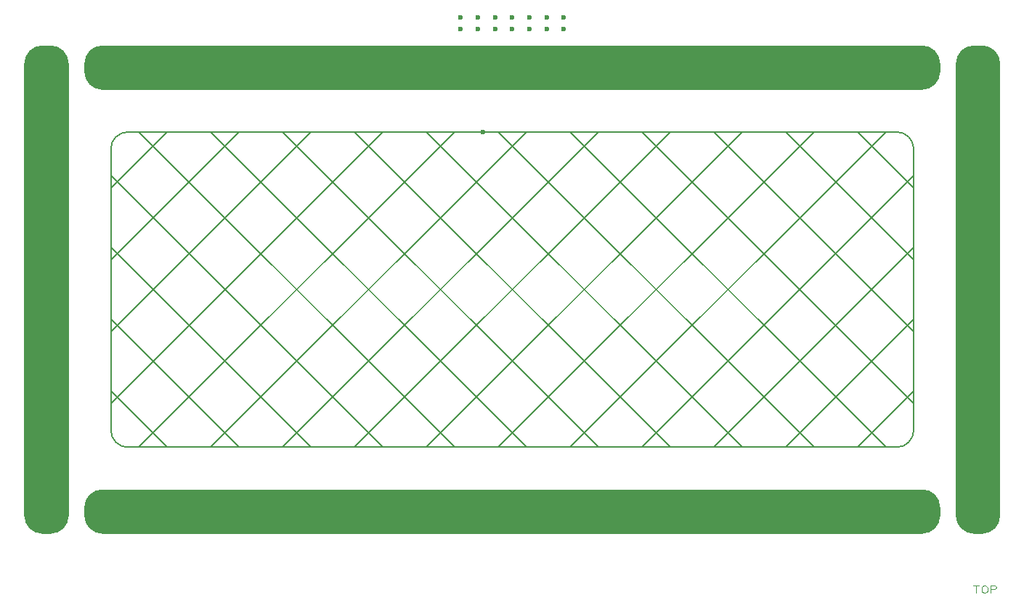
<source format=gbr>
G04 GENERATED BY PULSONIX 7.0 GERBER.DLL 4573*
%INHILLSTAR_100X50_EL_V1_0*%
%LNGERBER_TOP*%
%FSLAX33Y33*%
%IPPOS*%
%LPD*%
%OFA0B0*%
%MOMM*%
%ADD15C,0.125*%
%ADD180C,0.600*%
%ADD345C,0.150*%
X0Y0D02*
D02*
D15*
X183926Y91545D02*
X183926Y92427D01*
X183559D02*
X184294Y92427D01*
X184571Y91839D02*
X184571Y92133D01*
X184645Y92280*
X184718Y92354*
X184865Y92427*
X185012*
X185159Y92354*
X185233Y92280*
X185307Y92133*
Y91839*
X185233Y91692*
X185159Y91619*
X185012Y91545*
X184865*
X184718Y91619*
X184645Y91692*
X184571Y91839*
X185584Y91545D02*
X185584Y92427D01*
X186098*
X186245Y92354*
X186319Y92207*
X186245Y92060*
X186098Y91986*
X185584*
D02*
D180*
X77609Y140540D03*
X123859Y157350D03*
Y158750D03*
X125859Y157350D03*
Y158750D03*
X126459Y145350D03*
X127859Y155040D03*
Y157350D03*
Y158750D03*
X129859Y157350D03*
Y158750D03*
X130859Y103160D03*
X131859Y157350D03*
Y158750D03*
X133859Y157350D03*
Y158750D03*
X135859Y157350D03*
Y158750D03*
X182109Y140540D03*
D02*
D345*
X76059Y155350D02*
X75059D01*
G75*
G03X73059Y153350J-2000*
G01*
Y100550*
G75*
G03X75059Y98550I2000*
G01*
X76059*
G75*
G03X78059Y100550J2000*
G01*
Y153350*
G75*
G03X76059Y155350I-2000*
G01*
G36*
X75059*
G75*
G03X73059Y153350J-2000*
G01*
Y100550*
G75*
G03X75059Y98550I2000*
G01*
X76059*
G75*
G03X78059Y100550J2000*
G01*
Y153350*
G75*
G03X76059Y155350I-2000*
G01*
G37*
X80059Y101550D02*
Y100550D01*
G75*
G03X82059Y98550I2000*
G01*
X177659*
G75*
G03X179659Y100550J2000*
G01*
Y101550*
G75*
G03X177659Y103550I-2000*
G01*
X82059*
G75*
G03X80059Y101550J-2000*
G01*
G36*
Y100550*
G75*
G03X82059Y98550I2000*
G01*
X177659*
G75*
G03X179659Y100550J2000*
G01*
Y101550*
G75*
G03X177659Y103550I-2000*
G01*
X82059*
G75*
G03X80059Y101550J-2000*
G01*
G37*
Y153350D02*
Y152350D01*
G75*
G03X82059Y150350I2000*
G01*
X177659*
G75*
G03X179659Y152350J2000*
G01*
Y153350*
G75*
G03X177659Y155350I-2000*
G01*
X82059*
G75*
G03X80059Y153350J-2000*
G01*
G36*
Y152350*
G75*
G03X82059Y150350I2000*
G01*
X177659*
G75*
G03X179659Y152350J2000*
G01*
Y153350*
G75*
G03X177659Y155350I-2000*
G01*
X82059*
G75*
G03X80059Y153350J-2000*
G01*
G37*
X85059Y145350D02*
G75*
G03X83059Y143350J-2000D01*
G01*
Y110550*
G75*
G03X85059Y108550I2000*
G01*
X174659*
G75*
G03X176659Y110550J2000*
G01*
Y143350*
G75*
G03X174659Y145350I-2000*
G01*
X85059*
X170104Y108550D02*
X176659Y115105D01*
X161726Y108550D02*
X176659Y123482D01*
X153348Y108550D02*
X176659Y131860D01*
X144970Y108550D02*
X176659Y140238D01*
X136592Y108550D02*
X173392Y145350D01*
X128214Y108550D02*
X165014Y145350D01*
X119837Y108550D02*
X156637Y145350D01*
X111459Y108550D02*
X148259Y145350D01*
X103081Y108550D02*
X139881Y145350D01*
X94703Y108550D02*
X131503Y145350D01*
X86325Y108550D02*
X123125Y145350D01*
X83059Y113661D02*
X114747Y145350D01*
X83059Y122039D02*
X106369Y145350D01*
X83059Y130417D02*
X97992Y145350D01*
X83059Y138794D02*
X89614Y145350D01*
Y108550D02*
X83059Y115105D01*
X97992Y108550D02*
X83059Y123482D01*
X106369Y108550D02*
X83059Y131860D01*
X114747Y108550D02*
X83059Y140238D01*
X123125Y108550D02*
X86325Y145350D01*
X131503Y108550D02*
X94703Y145350D01*
X139881Y108550D02*
X103081Y145350D01*
X148259Y108550D02*
X111459Y145350D01*
X156637Y108550D02*
X119837Y145350D01*
X165014Y108550D02*
X128214Y145350D01*
X173392Y108550D02*
X136592Y145350D01*
X176659Y113661D02*
X144970Y145350D01*
X176659Y122039D02*
X153348Y145350D01*
X176659Y130417D02*
X161726Y145350D01*
X176659Y138794D02*
X170104Y145350D01*
X181659Y153350D02*
Y100550D01*
G75*
G03X183659Y98550I2000*
G01*
X184659*
G75*
G03X186659Y100550J2000*
G01*
Y153350*
G75*
G03X184659Y155350I-2000*
G01*
X183659*
G75*
G03X181659Y153350J-2000*
G01*
G36*
Y100550*
G75*
G03X183659Y98550I2000*
G01*
X184659*
G75*
G03X186659Y100550J2000*
G01*
Y153350*
G75*
G03X184659Y155350I-2000*
G01*
X183659*
G75*
G03X181659Y153350J-2000*
G01*
G37*
X0Y0D02*
M02*

</source>
